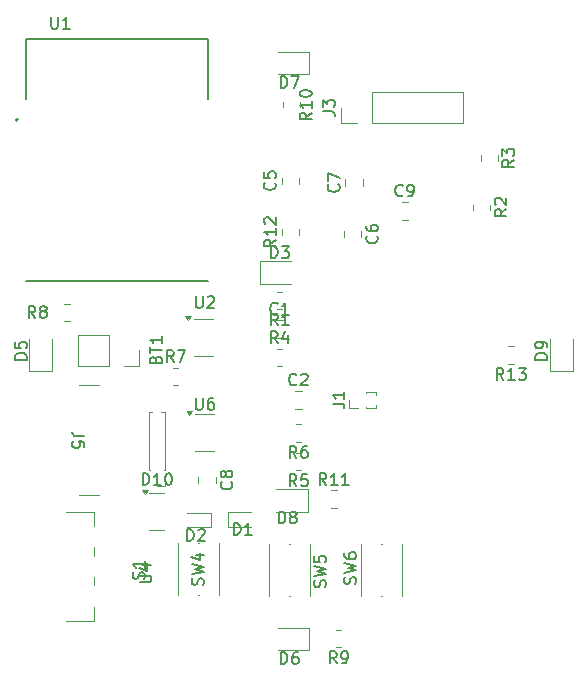
<source format=gbr>
%TF.GenerationSoftware,KiCad,Pcbnew,8.0.1*%
%TF.CreationDate,2024-05-04T10:24:30-07:00*%
%TF.ProjectId,schematic,73636865-6d61-4746-9963-2e6b69636164,rev?*%
%TF.SameCoordinates,Original*%
%TF.FileFunction,Legend,Top*%
%TF.FilePolarity,Positive*%
%FSLAX46Y46*%
G04 Gerber Fmt 4.6, Leading zero omitted, Abs format (unit mm)*
G04 Created by KiCad (PCBNEW 8.0.1) date 2024-05-04 10:24:30*
%MOMM*%
%LPD*%
G01*
G04 APERTURE LIST*
%ADD10C,0.150000*%
%ADD11C,0.120000*%
%ADD12C,0.127000*%
%ADD13C,0.200000*%
G04 APERTURE END LIST*
D10*
X142579580Y-69416666D02*
X142627200Y-69464285D01*
X142627200Y-69464285D02*
X142674819Y-69607142D01*
X142674819Y-69607142D02*
X142674819Y-69702380D01*
X142674819Y-69702380D02*
X142627200Y-69845237D01*
X142627200Y-69845237D02*
X142531961Y-69940475D01*
X142531961Y-69940475D02*
X142436723Y-69988094D01*
X142436723Y-69988094D02*
X142246247Y-70035713D01*
X142246247Y-70035713D02*
X142103390Y-70035713D01*
X142103390Y-70035713D02*
X141912914Y-69988094D01*
X141912914Y-69988094D02*
X141817676Y-69940475D01*
X141817676Y-69940475D02*
X141722438Y-69845237D01*
X141722438Y-69845237D02*
X141674819Y-69702380D01*
X141674819Y-69702380D02*
X141674819Y-69607142D01*
X141674819Y-69607142D02*
X141722438Y-69464285D01*
X141722438Y-69464285D02*
X141770057Y-69416666D01*
X141674819Y-68511904D02*
X141674819Y-68988094D01*
X141674819Y-68988094D02*
X142151009Y-69035713D01*
X142151009Y-69035713D02*
X142103390Y-68988094D01*
X142103390Y-68988094D02*
X142055771Y-68892856D01*
X142055771Y-68892856D02*
X142055771Y-68654761D01*
X142055771Y-68654761D02*
X142103390Y-68559523D01*
X142103390Y-68559523D02*
X142151009Y-68511904D01*
X142151009Y-68511904D02*
X142246247Y-68464285D01*
X142246247Y-68464285D02*
X142484342Y-68464285D01*
X142484342Y-68464285D02*
X142579580Y-68511904D01*
X142579580Y-68511904D02*
X142627200Y-68559523D01*
X142627200Y-68559523D02*
X142674819Y-68654761D01*
X142674819Y-68654761D02*
X142674819Y-68892856D01*
X142674819Y-68892856D02*
X142627200Y-68988094D01*
X142627200Y-68988094D02*
X142579580Y-69035713D01*
X131405714Y-95004819D02*
X131405714Y-94004819D01*
X131405714Y-94004819D02*
X131643809Y-94004819D01*
X131643809Y-94004819D02*
X131786666Y-94052438D01*
X131786666Y-94052438D02*
X131881904Y-94147676D01*
X131881904Y-94147676D02*
X131929523Y-94242914D01*
X131929523Y-94242914D02*
X131977142Y-94433390D01*
X131977142Y-94433390D02*
X131977142Y-94576247D01*
X131977142Y-94576247D02*
X131929523Y-94766723D01*
X131929523Y-94766723D02*
X131881904Y-94861961D01*
X131881904Y-94861961D02*
X131786666Y-94957200D01*
X131786666Y-94957200D02*
X131643809Y-95004819D01*
X131643809Y-95004819D02*
X131405714Y-95004819D01*
X132929523Y-95004819D02*
X132358095Y-95004819D01*
X132643809Y-95004819D02*
X132643809Y-94004819D01*
X132643809Y-94004819D02*
X132548571Y-94147676D01*
X132548571Y-94147676D02*
X132453333Y-94242914D01*
X132453333Y-94242914D02*
X132358095Y-94290533D01*
X133548571Y-94004819D02*
X133643809Y-94004819D01*
X133643809Y-94004819D02*
X133739047Y-94052438D01*
X133739047Y-94052438D02*
X133786666Y-94100057D01*
X133786666Y-94100057D02*
X133834285Y-94195295D01*
X133834285Y-94195295D02*
X133881904Y-94385771D01*
X133881904Y-94385771D02*
X133881904Y-94623866D01*
X133881904Y-94623866D02*
X133834285Y-94814342D01*
X133834285Y-94814342D02*
X133786666Y-94909580D01*
X133786666Y-94909580D02*
X133739047Y-94957200D01*
X133739047Y-94957200D02*
X133643809Y-95004819D01*
X133643809Y-95004819D02*
X133548571Y-95004819D01*
X133548571Y-95004819D02*
X133453333Y-94957200D01*
X133453333Y-94957200D02*
X133405714Y-94909580D01*
X133405714Y-94909580D02*
X133358095Y-94814342D01*
X133358095Y-94814342D02*
X133310476Y-94623866D01*
X133310476Y-94623866D02*
X133310476Y-94385771D01*
X133310476Y-94385771D02*
X133358095Y-94195295D01*
X133358095Y-94195295D02*
X133405714Y-94100057D01*
X133405714Y-94100057D02*
X133453333Y-94052438D01*
X133453333Y-94052438D02*
X133548571Y-94004819D01*
X143099405Y-110154819D02*
X143099405Y-109154819D01*
X143099405Y-109154819D02*
X143337500Y-109154819D01*
X143337500Y-109154819D02*
X143480357Y-109202438D01*
X143480357Y-109202438D02*
X143575595Y-109297676D01*
X143575595Y-109297676D02*
X143623214Y-109392914D01*
X143623214Y-109392914D02*
X143670833Y-109583390D01*
X143670833Y-109583390D02*
X143670833Y-109726247D01*
X143670833Y-109726247D02*
X143623214Y-109916723D01*
X143623214Y-109916723D02*
X143575595Y-110011961D01*
X143575595Y-110011961D02*
X143480357Y-110107200D01*
X143480357Y-110107200D02*
X143337500Y-110154819D01*
X143337500Y-110154819D02*
X143099405Y-110154819D01*
X144527976Y-109154819D02*
X144337500Y-109154819D01*
X144337500Y-109154819D02*
X144242262Y-109202438D01*
X144242262Y-109202438D02*
X144194643Y-109250057D01*
X144194643Y-109250057D02*
X144099405Y-109392914D01*
X144099405Y-109392914D02*
X144051786Y-109583390D01*
X144051786Y-109583390D02*
X144051786Y-109964342D01*
X144051786Y-109964342D02*
X144099405Y-110059580D01*
X144099405Y-110059580D02*
X144147024Y-110107200D01*
X144147024Y-110107200D02*
X144242262Y-110154819D01*
X144242262Y-110154819D02*
X144432738Y-110154819D01*
X144432738Y-110154819D02*
X144527976Y-110107200D01*
X144527976Y-110107200D02*
X144575595Y-110059580D01*
X144575595Y-110059580D02*
X144623214Y-109964342D01*
X144623214Y-109964342D02*
X144623214Y-109726247D01*
X144623214Y-109726247D02*
X144575595Y-109631009D01*
X144575595Y-109631009D02*
X144527976Y-109583390D01*
X144527976Y-109583390D02*
X144432738Y-109535771D01*
X144432738Y-109535771D02*
X144242262Y-109535771D01*
X144242262Y-109535771D02*
X144147024Y-109583390D01*
X144147024Y-109583390D02*
X144099405Y-109631009D01*
X144099405Y-109631009D02*
X144051786Y-109726247D01*
X162854819Y-67486666D02*
X162378628Y-67819999D01*
X162854819Y-68058094D02*
X161854819Y-68058094D01*
X161854819Y-68058094D02*
X161854819Y-67677142D01*
X161854819Y-67677142D02*
X161902438Y-67581904D01*
X161902438Y-67581904D02*
X161950057Y-67534285D01*
X161950057Y-67534285D02*
X162045295Y-67486666D01*
X162045295Y-67486666D02*
X162188152Y-67486666D01*
X162188152Y-67486666D02*
X162283390Y-67534285D01*
X162283390Y-67534285D02*
X162331009Y-67581904D01*
X162331009Y-67581904D02*
X162378628Y-67677142D01*
X162378628Y-67677142D02*
X162378628Y-68058094D01*
X161854819Y-67153332D02*
X161854819Y-66534285D01*
X161854819Y-66534285D02*
X162235771Y-66867618D01*
X162235771Y-66867618D02*
X162235771Y-66724761D01*
X162235771Y-66724761D02*
X162283390Y-66629523D01*
X162283390Y-66629523D02*
X162331009Y-66581904D01*
X162331009Y-66581904D02*
X162426247Y-66534285D01*
X162426247Y-66534285D02*
X162664342Y-66534285D01*
X162664342Y-66534285D02*
X162759580Y-66581904D01*
X162759580Y-66581904D02*
X162807200Y-66629523D01*
X162807200Y-66629523D02*
X162854819Y-66724761D01*
X162854819Y-66724761D02*
X162854819Y-67010475D01*
X162854819Y-67010475D02*
X162807200Y-67105713D01*
X162807200Y-67105713D02*
X162759580Y-67153332D01*
X135906895Y-87636019D02*
X135906895Y-88445542D01*
X135906895Y-88445542D02*
X135954514Y-88540780D01*
X135954514Y-88540780D02*
X136002133Y-88588400D01*
X136002133Y-88588400D02*
X136097371Y-88636019D01*
X136097371Y-88636019D02*
X136287847Y-88636019D01*
X136287847Y-88636019D02*
X136383085Y-88588400D01*
X136383085Y-88588400D02*
X136430704Y-88540780D01*
X136430704Y-88540780D02*
X136478323Y-88445542D01*
X136478323Y-88445542D02*
X136478323Y-87636019D01*
X137383085Y-87636019D02*
X137192609Y-87636019D01*
X137192609Y-87636019D02*
X137097371Y-87683638D01*
X137097371Y-87683638D02*
X137049752Y-87731257D01*
X137049752Y-87731257D02*
X136954514Y-87874114D01*
X136954514Y-87874114D02*
X136906895Y-88064590D01*
X136906895Y-88064590D02*
X136906895Y-88445542D01*
X136906895Y-88445542D02*
X136954514Y-88540780D01*
X136954514Y-88540780D02*
X137002133Y-88588400D01*
X137002133Y-88588400D02*
X137097371Y-88636019D01*
X137097371Y-88636019D02*
X137287847Y-88636019D01*
X137287847Y-88636019D02*
X137383085Y-88588400D01*
X137383085Y-88588400D02*
X137430704Y-88540780D01*
X137430704Y-88540780D02*
X137478323Y-88445542D01*
X137478323Y-88445542D02*
X137478323Y-88207447D01*
X137478323Y-88207447D02*
X137430704Y-88112209D01*
X137430704Y-88112209D02*
X137383085Y-88064590D01*
X137383085Y-88064590D02*
X137287847Y-88016971D01*
X137287847Y-88016971D02*
X137097371Y-88016971D01*
X137097371Y-88016971D02*
X137002133Y-88064590D01*
X137002133Y-88064590D02*
X136954514Y-88112209D01*
X136954514Y-88112209D02*
X136906895Y-88207447D01*
X144433333Y-95104819D02*
X144100000Y-94628628D01*
X143861905Y-95104819D02*
X143861905Y-94104819D01*
X143861905Y-94104819D02*
X144242857Y-94104819D01*
X144242857Y-94104819D02*
X144338095Y-94152438D01*
X144338095Y-94152438D02*
X144385714Y-94200057D01*
X144385714Y-94200057D02*
X144433333Y-94295295D01*
X144433333Y-94295295D02*
X144433333Y-94438152D01*
X144433333Y-94438152D02*
X144385714Y-94533390D01*
X144385714Y-94533390D02*
X144338095Y-94581009D01*
X144338095Y-94581009D02*
X144242857Y-94628628D01*
X144242857Y-94628628D02*
X143861905Y-94628628D01*
X145338095Y-94104819D02*
X144861905Y-94104819D01*
X144861905Y-94104819D02*
X144814286Y-94581009D01*
X144814286Y-94581009D02*
X144861905Y-94533390D01*
X144861905Y-94533390D02*
X144957143Y-94485771D01*
X144957143Y-94485771D02*
X145195238Y-94485771D01*
X145195238Y-94485771D02*
X145290476Y-94533390D01*
X145290476Y-94533390D02*
X145338095Y-94581009D01*
X145338095Y-94581009D02*
X145385714Y-94676247D01*
X145385714Y-94676247D02*
X145385714Y-94914342D01*
X145385714Y-94914342D02*
X145338095Y-95009580D01*
X145338095Y-95009580D02*
X145290476Y-95057200D01*
X145290476Y-95057200D02*
X145195238Y-95104819D01*
X145195238Y-95104819D02*
X144957143Y-95104819D01*
X144957143Y-95104819D02*
X144861905Y-95057200D01*
X144861905Y-95057200D02*
X144814286Y-95009580D01*
X136522200Y-103478332D02*
X136569819Y-103335475D01*
X136569819Y-103335475D02*
X136569819Y-103097380D01*
X136569819Y-103097380D02*
X136522200Y-103002142D01*
X136522200Y-103002142D02*
X136474580Y-102954523D01*
X136474580Y-102954523D02*
X136379342Y-102906904D01*
X136379342Y-102906904D02*
X136284104Y-102906904D01*
X136284104Y-102906904D02*
X136188866Y-102954523D01*
X136188866Y-102954523D02*
X136141247Y-103002142D01*
X136141247Y-103002142D02*
X136093628Y-103097380D01*
X136093628Y-103097380D02*
X136046009Y-103287856D01*
X136046009Y-103287856D02*
X135998390Y-103383094D01*
X135998390Y-103383094D02*
X135950771Y-103430713D01*
X135950771Y-103430713D02*
X135855533Y-103478332D01*
X135855533Y-103478332D02*
X135760295Y-103478332D01*
X135760295Y-103478332D02*
X135665057Y-103430713D01*
X135665057Y-103430713D02*
X135617438Y-103383094D01*
X135617438Y-103383094D02*
X135569819Y-103287856D01*
X135569819Y-103287856D02*
X135569819Y-103049761D01*
X135569819Y-103049761D02*
X135617438Y-102906904D01*
X135569819Y-102573570D02*
X136569819Y-102335475D01*
X136569819Y-102335475D02*
X135855533Y-102144999D01*
X135855533Y-102144999D02*
X136569819Y-101954523D01*
X136569819Y-101954523D02*
X135569819Y-101716428D01*
X135903152Y-100906904D02*
X136569819Y-100906904D01*
X135522200Y-101144999D02*
X136236485Y-101383094D01*
X136236485Y-101383094D02*
X136236485Y-100764047D01*
X147833333Y-110104819D02*
X147500000Y-109628628D01*
X147261905Y-110104819D02*
X147261905Y-109104819D01*
X147261905Y-109104819D02*
X147642857Y-109104819D01*
X147642857Y-109104819D02*
X147738095Y-109152438D01*
X147738095Y-109152438D02*
X147785714Y-109200057D01*
X147785714Y-109200057D02*
X147833333Y-109295295D01*
X147833333Y-109295295D02*
X147833333Y-109438152D01*
X147833333Y-109438152D02*
X147785714Y-109533390D01*
X147785714Y-109533390D02*
X147738095Y-109581009D01*
X147738095Y-109581009D02*
X147642857Y-109628628D01*
X147642857Y-109628628D02*
X147261905Y-109628628D01*
X148309524Y-110104819D02*
X148500000Y-110104819D01*
X148500000Y-110104819D02*
X148595238Y-110057200D01*
X148595238Y-110057200D02*
X148642857Y-110009580D01*
X148642857Y-110009580D02*
X148738095Y-109866723D01*
X148738095Y-109866723D02*
X148785714Y-109676247D01*
X148785714Y-109676247D02*
X148785714Y-109295295D01*
X148785714Y-109295295D02*
X148738095Y-109200057D01*
X148738095Y-109200057D02*
X148690476Y-109152438D01*
X148690476Y-109152438D02*
X148595238Y-109104819D01*
X148595238Y-109104819D02*
X148404762Y-109104819D01*
X148404762Y-109104819D02*
X148309524Y-109152438D01*
X148309524Y-109152438D02*
X148261905Y-109200057D01*
X148261905Y-109200057D02*
X148214286Y-109295295D01*
X148214286Y-109295295D02*
X148214286Y-109533390D01*
X148214286Y-109533390D02*
X148261905Y-109628628D01*
X148261905Y-109628628D02*
X148309524Y-109676247D01*
X148309524Y-109676247D02*
X148404762Y-109723866D01*
X148404762Y-109723866D02*
X148595238Y-109723866D01*
X148595238Y-109723866D02*
X148690476Y-109676247D01*
X148690476Y-109676247D02*
X148738095Y-109628628D01*
X148738095Y-109628628D02*
X148785714Y-109533390D01*
X131527200Y-102971904D02*
X131574819Y-102829047D01*
X131574819Y-102829047D02*
X131574819Y-102590952D01*
X131574819Y-102590952D02*
X131527200Y-102495714D01*
X131527200Y-102495714D02*
X131479580Y-102448095D01*
X131479580Y-102448095D02*
X131384342Y-102400476D01*
X131384342Y-102400476D02*
X131289104Y-102400476D01*
X131289104Y-102400476D02*
X131193866Y-102448095D01*
X131193866Y-102448095D02*
X131146247Y-102495714D01*
X131146247Y-102495714D02*
X131098628Y-102590952D01*
X131098628Y-102590952D02*
X131051009Y-102781428D01*
X131051009Y-102781428D02*
X131003390Y-102876666D01*
X131003390Y-102876666D02*
X130955771Y-102924285D01*
X130955771Y-102924285D02*
X130860533Y-102971904D01*
X130860533Y-102971904D02*
X130765295Y-102971904D01*
X130765295Y-102971904D02*
X130670057Y-102924285D01*
X130670057Y-102924285D02*
X130622438Y-102876666D01*
X130622438Y-102876666D02*
X130574819Y-102781428D01*
X130574819Y-102781428D02*
X130574819Y-102543333D01*
X130574819Y-102543333D02*
X130622438Y-102400476D01*
X131574819Y-101448095D02*
X131574819Y-102019523D01*
X131574819Y-101733809D02*
X130574819Y-101733809D01*
X130574819Y-101733809D02*
X130717676Y-101829047D01*
X130717676Y-101829047D02*
X130812914Y-101924285D01*
X130812914Y-101924285D02*
X130860533Y-102019523D01*
X151239580Y-73916666D02*
X151287200Y-73964285D01*
X151287200Y-73964285D02*
X151334819Y-74107142D01*
X151334819Y-74107142D02*
X151334819Y-74202380D01*
X151334819Y-74202380D02*
X151287200Y-74345237D01*
X151287200Y-74345237D02*
X151191961Y-74440475D01*
X151191961Y-74440475D02*
X151096723Y-74488094D01*
X151096723Y-74488094D02*
X150906247Y-74535713D01*
X150906247Y-74535713D02*
X150763390Y-74535713D01*
X150763390Y-74535713D02*
X150572914Y-74488094D01*
X150572914Y-74488094D02*
X150477676Y-74440475D01*
X150477676Y-74440475D02*
X150382438Y-74345237D01*
X150382438Y-74345237D02*
X150334819Y-74202380D01*
X150334819Y-74202380D02*
X150334819Y-74107142D01*
X150334819Y-74107142D02*
X150382438Y-73964285D01*
X150382438Y-73964285D02*
X150430057Y-73916666D01*
X150334819Y-73059523D02*
X150334819Y-73249999D01*
X150334819Y-73249999D02*
X150382438Y-73345237D01*
X150382438Y-73345237D02*
X150430057Y-73392856D01*
X150430057Y-73392856D02*
X150572914Y-73488094D01*
X150572914Y-73488094D02*
X150763390Y-73535713D01*
X150763390Y-73535713D02*
X151144342Y-73535713D01*
X151144342Y-73535713D02*
X151239580Y-73488094D01*
X151239580Y-73488094D02*
X151287200Y-73440475D01*
X151287200Y-73440475D02*
X151334819Y-73345237D01*
X151334819Y-73345237D02*
X151334819Y-73154761D01*
X151334819Y-73154761D02*
X151287200Y-73059523D01*
X151287200Y-73059523D02*
X151239580Y-73011904D01*
X151239580Y-73011904D02*
X151144342Y-72964285D01*
X151144342Y-72964285D02*
X150906247Y-72964285D01*
X150906247Y-72964285D02*
X150811009Y-73011904D01*
X150811009Y-73011904D02*
X150763390Y-73059523D01*
X150763390Y-73059523D02*
X150715771Y-73154761D01*
X150715771Y-73154761D02*
X150715771Y-73345237D01*
X150715771Y-73345237D02*
X150763390Y-73440475D01*
X150763390Y-73440475D02*
X150811009Y-73488094D01*
X150811009Y-73488094D02*
X150906247Y-73535713D01*
X139130705Y-99246019D02*
X139130705Y-98246019D01*
X139130705Y-98246019D02*
X139368800Y-98246019D01*
X139368800Y-98246019D02*
X139511657Y-98293638D01*
X139511657Y-98293638D02*
X139606895Y-98388876D01*
X139606895Y-98388876D02*
X139654514Y-98484114D01*
X139654514Y-98484114D02*
X139702133Y-98674590D01*
X139702133Y-98674590D02*
X139702133Y-98817447D01*
X139702133Y-98817447D02*
X139654514Y-99007923D01*
X139654514Y-99007923D02*
X139606895Y-99103161D01*
X139606895Y-99103161D02*
X139511657Y-99198400D01*
X139511657Y-99198400D02*
X139368800Y-99246019D01*
X139368800Y-99246019D02*
X139130705Y-99246019D01*
X140654514Y-99246019D02*
X140083086Y-99246019D01*
X140368800Y-99246019D02*
X140368800Y-98246019D01*
X140368800Y-98246019D02*
X140273562Y-98388876D01*
X140273562Y-98388876D02*
X140178324Y-98484114D01*
X140178324Y-98484114D02*
X140083086Y-98531733D01*
X142833333Y-81504819D02*
X142500000Y-81028628D01*
X142261905Y-81504819D02*
X142261905Y-80504819D01*
X142261905Y-80504819D02*
X142642857Y-80504819D01*
X142642857Y-80504819D02*
X142738095Y-80552438D01*
X142738095Y-80552438D02*
X142785714Y-80600057D01*
X142785714Y-80600057D02*
X142833333Y-80695295D01*
X142833333Y-80695295D02*
X142833333Y-80838152D01*
X142833333Y-80838152D02*
X142785714Y-80933390D01*
X142785714Y-80933390D02*
X142738095Y-80981009D01*
X142738095Y-80981009D02*
X142642857Y-81028628D01*
X142642857Y-81028628D02*
X142261905Y-81028628D01*
X143785714Y-81504819D02*
X143214286Y-81504819D01*
X143500000Y-81504819D02*
X143500000Y-80504819D01*
X143500000Y-80504819D02*
X143404762Y-80647676D01*
X143404762Y-80647676D02*
X143309524Y-80742914D01*
X143309524Y-80742914D02*
X143214286Y-80790533D01*
X131144819Y-103261904D02*
X131954342Y-103261904D01*
X131954342Y-103261904D02*
X132049580Y-103214285D01*
X132049580Y-103214285D02*
X132097200Y-103166666D01*
X132097200Y-103166666D02*
X132144819Y-103071428D01*
X132144819Y-103071428D02*
X132144819Y-102880952D01*
X132144819Y-102880952D02*
X132097200Y-102785714D01*
X132097200Y-102785714D02*
X132049580Y-102738095D01*
X132049580Y-102738095D02*
X131954342Y-102690476D01*
X131954342Y-102690476D02*
X131144819Y-102690476D01*
X131478152Y-101785714D02*
X132144819Y-101785714D01*
X131097200Y-102023809D02*
X131811485Y-102261904D01*
X131811485Y-102261904D02*
X131811485Y-101642857D01*
X126465180Y-90866666D02*
X125750895Y-90866666D01*
X125750895Y-90866666D02*
X125608038Y-90819047D01*
X125608038Y-90819047D02*
X125512800Y-90723809D01*
X125512800Y-90723809D02*
X125465180Y-90580952D01*
X125465180Y-90580952D02*
X125465180Y-90485714D01*
X126465180Y-91819047D02*
X126465180Y-91342857D01*
X126465180Y-91342857D02*
X125988990Y-91295238D01*
X125988990Y-91295238D02*
X126036609Y-91342857D01*
X126036609Y-91342857D02*
X126084228Y-91438095D01*
X126084228Y-91438095D02*
X126084228Y-91676190D01*
X126084228Y-91676190D02*
X126036609Y-91771428D01*
X126036609Y-91771428D02*
X125988990Y-91819047D01*
X125988990Y-91819047D02*
X125893752Y-91866666D01*
X125893752Y-91866666D02*
X125655657Y-91866666D01*
X125655657Y-91866666D02*
X125560419Y-91819047D01*
X125560419Y-91819047D02*
X125512800Y-91771428D01*
X125512800Y-91771428D02*
X125465180Y-91676190D01*
X125465180Y-91676190D02*
X125465180Y-91438095D01*
X125465180Y-91438095D02*
X125512800Y-91342857D01*
X125512800Y-91342857D02*
X125560419Y-91295238D01*
X132501009Y-84385714D02*
X132548628Y-84242857D01*
X132548628Y-84242857D02*
X132596247Y-84195238D01*
X132596247Y-84195238D02*
X132691485Y-84147619D01*
X132691485Y-84147619D02*
X132834342Y-84147619D01*
X132834342Y-84147619D02*
X132929580Y-84195238D01*
X132929580Y-84195238D02*
X132977200Y-84242857D01*
X132977200Y-84242857D02*
X133024819Y-84338095D01*
X133024819Y-84338095D02*
X133024819Y-84719047D01*
X133024819Y-84719047D02*
X132024819Y-84719047D01*
X132024819Y-84719047D02*
X132024819Y-84385714D01*
X132024819Y-84385714D02*
X132072438Y-84290476D01*
X132072438Y-84290476D02*
X132120057Y-84242857D01*
X132120057Y-84242857D02*
X132215295Y-84195238D01*
X132215295Y-84195238D02*
X132310533Y-84195238D01*
X132310533Y-84195238D02*
X132405771Y-84242857D01*
X132405771Y-84242857D02*
X132453390Y-84290476D01*
X132453390Y-84290476D02*
X132501009Y-84385714D01*
X132501009Y-84385714D02*
X132501009Y-84719047D01*
X132024819Y-83861904D02*
X132024819Y-83290476D01*
X133024819Y-83576190D02*
X132024819Y-83576190D01*
X133024819Y-82433333D02*
X133024819Y-83004761D01*
X133024819Y-82719047D02*
X132024819Y-82719047D01*
X132024819Y-82719047D02*
X132167676Y-82814285D01*
X132167676Y-82814285D02*
X132262914Y-82909523D01*
X132262914Y-82909523D02*
X132310533Y-83004761D01*
X143096905Y-61384819D02*
X143096905Y-60384819D01*
X143096905Y-60384819D02*
X143335000Y-60384819D01*
X143335000Y-60384819D02*
X143477857Y-60432438D01*
X143477857Y-60432438D02*
X143573095Y-60527676D01*
X143573095Y-60527676D02*
X143620714Y-60622914D01*
X143620714Y-60622914D02*
X143668333Y-60813390D01*
X143668333Y-60813390D02*
X143668333Y-60956247D01*
X143668333Y-60956247D02*
X143620714Y-61146723D01*
X143620714Y-61146723D02*
X143573095Y-61241961D01*
X143573095Y-61241961D02*
X143477857Y-61337200D01*
X143477857Y-61337200D02*
X143335000Y-61384819D01*
X143335000Y-61384819D02*
X143096905Y-61384819D01*
X144001667Y-60384819D02*
X144668333Y-60384819D01*
X144668333Y-60384819D02*
X144239762Y-61384819D01*
X144433333Y-86479580D02*
X144385714Y-86527200D01*
X144385714Y-86527200D02*
X144242857Y-86574819D01*
X144242857Y-86574819D02*
X144147619Y-86574819D01*
X144147619Y-86574819D02*
X144004762Y-86527200D01*
X144004762Y-86527200D02*
X143909524Y-86431961D01*
X143909524Y-86431961D02*
X143861905Y-86336723D01*
X143861905Y-86336723D02*
X143814286Y-86146247D01*
X143814286Y-86146247D02*
X143814286Y-86003390D01*
X143814286Y-86003390D02*
X143861905Y-85812914D01*
X143861905Y-85812914D02*
X143909524Y-85717676D01*
X143909524Y-85717676D02*
X144004762Y-85622438D01*
X144004762Y-85622438D02*
X144147619Y-85574819D01*
X144147619Y-85574819D02*
X144242857Y-85574819D01*
X144242857Y-85574819D02*
X144385714Y-85622438D01*
X144385714Y-85622438D02*
X144433333Y-85670057D01*
X144814286Y-85670057D02*
X144861905Y-85622438D01*
X144861905Y-85622438D02*
X144957143Y-85574819D01*
X144957143Y-85574819D02*
X145195238Y-85574819D01*
X145195238Y-85574819D02*
X145290476Y-85622438D01*
X145290476Y-85622438D02*
X145338095Y-85670057D01*
X145338095Y-85670057D02*
X145385714Y-85765295D01*
X145385714Y-85765295D02*
X145385714Y-85860533D01*
X145385714Y-85860533D02*
X145338095Y-86003390D01*
X145338095Y-86003390D02*
X144766667Y-86574819D01*
X144766667Y-86574819D02*
X145385714Y-86574819D01*
X161957142Y-86104819D02*
X161623809Y-85628628D01*
X161385714Y-86104819D02*
X161385714Y-85104819D01*
X161385714Y-85104819D02*
X161766666Y-85104819D01*
X161766666Y-85104819D02*
X161861904Y-85152438D01*
X161861904Y-85152438D02*
X161909523Y-85200057D01*
X161909523Y-85200057D02*
X161957142Y-85295295D01*
X161957142Y-85295295D02*
X161957142Y-85438152D01*
X161957142Y-85438152D02*
X161909523Y-85533390D01*
X161909523Y-85533390D02*
X161861904Y-85581009D01*
X161861904Y-85581009D02*
X161766666Y-85628628D01*
X161766666Y-85628628D02*
X161385714Y-85628628D01*
X162909523Y-86104819D02*
X162338095Y-86104819D01*
X162623809Y-86104819D02*
X162623809Y-85104819D01*
X162623809Y-85104819D02*
X162528571Y-85247676D01*
X162528571Y-85247676D02*
X162433333Y-85342914D01*
X162433333Y-85342914D02*
X162338095Y-85390533D01*
X163242857Y-85104819D02*
X163861904Y-85104819D01*
X163861904Y-85104819D02*
X163528571Y-85485771D01*
X163528571Y-85485771D02*
X163671428Y-85485771D01*
X163671428Y-85485771D02*
X163766666Y-85533390D01*
X163766666Y-85533390D02*
X163814285Y-85581009D01*
X163814285Y-85581009D02*
X163861904Y-85676247D01*
X163861904Y-85676247D02*
X163861904Y-85914342D01*
X163861904Y-85914342D02*
X163814285Y-86009580D01*
X163814285Y-86009580D02*
X163766666Y-86057200D01*
X163766666Y-86057200D02*
X163671428Y-86104819D01*
X163671428Y-86104819D02*
X163385714Y-86104819D01*
X163385714Y-86104819D02*
X163290476Y-86057200D01*
X163290476Y-86057200D02*
X163242857Y-86009580D01*
X146957142Y-95004819D02*
X146623809Y-94528628D01*
X146385714Y-95004819D02*
X146385714Y-94004819D01*
X146385714Y-94004819D02*
X146766666Y-94004819D01*
X146766666Y-94004819D02*
X146861904Y-94052438D01*
X146861904Y-94052438D02*
X146909523Y-94100057D01*
X146909523Y-94100057D02*
X146957142Y-94195295D01*
X146957142Y-94195295D02*
X146957142Y-94338152D01*
X146957142Y-94338152D02*
X146909523Y-94433390D01*
X146909523Y-94433390D02*
X146861904Y-94481009D01*
X146861904Y-94481009D02*
X146766666Y-94528628D01*
X146766666Y-94528628D02*
X146385714Y-94528628D01*
X147909523Y-95004819D02*
X147338095Y-95004819D01*
X147623809Y-95004819D02*
X147623809Y-94004819D01*
X147623809Y-94004819D02*
X147528571Y-94147676D01*
X147528571Y-94147676D02*
X147433333Y-94242914D01*
X147433333Y-94242914D02*
X147338095Y-94290533D01*
X148861904Y-95004819D02*
X148290476Y-95004819D01*
X148576190Y-95004819D02*
X148576190Y-94004819D01*
X148576190Y-94004819D02*
X148480952Y-94147676D01*
X148480952Y-94147676D02*
X148385714Y-94242914D01*
X148385714Y-94242914D02*
X148290476Y-94290533D01*
X146872200Y-103653332D02*
X146919819Y-103510475D01*
X146919819Y-103510475D02*
X146919819Y-103272380D01*
X146919819Y-103272380D02*
X146872200Y-103177142D01*
X146872200Y-103177142D02*
X146824580Y-103129523D01*
X146824580Y-103129523D02*
X146729342Y-103081904D01*
X146729342Y-103081904D02*
X146634104Y-103081904D01*
X146634104Y-103081904D02*
X146538866Y-103129523D01*
X146538866Y-103129523D02*
X146491247Y-103177142D01*
X146491247Y-103177142D02*
X146443628Y-103272380D01*
X146443628Y-103272380D02*
X146396009Y-103462856D01*
X146396009Y-103462856D02*
X146348390Y-103558094D01*
X146348390Y-103558094D02*
X146300771Y-103605713D01*
X146300771Y-103605713D02*
X146205533Y-103653332D01*
X146205533Y-103653332D02*
X146110295Y-103653332D01*
X146110295Y-103653332D02*
X146015057Y-103605713D01*
X146015057Y-103605713D02*
X145967438Y-103558094D01*
X145967438Y-103558094D02*
X145919819Y-103462856D01*
X145919819Y-103462856D02*
X145919819Y-103224761D01*
X145919819Y-103224761D02*
X145967438Y-103081904D01*
X145919819Y-102748570D02*
X146919819Y-102510475D01*
X146919819Y-102510475D02*
X146205533Y-102319999D01*
X146205533Y-102319999D02*
X146919819Y-102129523D01*
X146919819Y-102129523D02*
X145919819Y-101891428D01*
X145919819Y-101034285D02*
X145919819Y-101510475D01*
X145919819Y-101510475D02*
X146396009Y-101558094D01*
X146396009Y-101558094D02*
X146348390Y-101510475D01*
X146348390Y-101510475D02*
X146300771Y-101415237D01*
X146300771Y-101415237D02*
X146300771Y-101177142D01*
X146300771Y-101177142D02*
X146348390Y-101081904D01*
X146348390Y-101081904D02*
X146396009Y-101034285D01*
X146396009Y-101034285D02*
X146491247Y-100986666D01*
X146491247Y-100986666D02*
X146729342Y-100986666D01*
X146729342Y-100986666D02*
X146824580Y-101034285D01*
X146824580Y-101034285D02*
X146872200Y-101081904D01*
X146872200Y-101081904D02*
X146919819Y-101177142D01*
X146919819Y-101177142D02*
X146919819Y-101415237D01*
X146919819Y-101415237D02*
X146872200Y-101510475D01*
X146872200Y-101510475D02*
X146824580Y-101558094D01*
X142833333Y-83004819D02*
X142500000Y-82528628D01*
X142261905Y-83004819D02*
X142261905Y-82004819D01*
X142261905Y-82004819D02*
X142642857Y-82004819D01*
X142642857Y-82004819D02*
X142738095Y-82052438D01*
X142738095Y-82052438D02*
X142785714Y-82100057D01*
X142785714Y-82100057D02*
X142833333Y-82195295D01*
X142833333Y-82195295D02*
X142833333Y-82338152D01*
X142833333Y-82338152D02*
X142785714Y-82433390D01*
X142785714Y-82433390D02*
X142738095Y-82481009D01*
X142738095Y-82481009D02*
X142642857Y-82528628D01*
X142642857Y-82528628D02*
X142261905Y-82528628D01*
X143690476Y-82338152D02*
X143690476Y-83004819D01*
X143452381Y-81957200D02*
X143214286Y-82671485D01*
X143214286Y-82671485D02*
X143833333Y-82671485D01*
X134033333Y-84604819D02*
X133700000Y-84128628D01*
X133461905Y-84604819D02*
X133461905Y-83604819D01*
X133461905Y-83604819D02*
X133842857Y-83604819D01*
X133842857Y-83604819D02*
X133938095Y-83652438D01*
X133938095Y-83652438D02*
X133985714Y-83700057D01*
X133985714Y-83700057D02*
X134033333Y-83795295D01*
X134033333Y-83795295D02*
X134033333Y-83938152D01*
X134033333Y-83938152D02*
X133985714Y-84033390D01*
X133985714Y-84033390D02*
X133938095Y-84081009D01*
X133938095Y-84081009D02*
X133842857Y-84128628D01*
X133842857Y-84128628D02*
X133461905Y-84128628D01*
X134366667Y-83604819D02*
X135033333Y-83604819D01*
X135033333Y-83604819D02*
X134604762Y-84604819D01*
X121589819Y-84388094D02*
X120589819Y-84388094D01*
X120589819Y-84388094D02*
X120589819Y-84149999D01*
X120589819Y-84149999D02*
X120637438Y-84007142D01*
X120637438Y-84007142D02*
X120732676Y-83911904D01*
X120732676Y-83911904D02*
X120827914Y-83864285D01*
X120827914Y-83864285D02*
X121018390Y-83816666D01*
X121018390Y-83816666D02*
X121161247Y-83816666D01*
X121161247Y-83816666D02*
X121351723Y-83864285D01*
X121351723Y-83864285D02*
X121446961Y-83911904D01*
X121446961Y-83911904D02*
X121542200Y-84007142D01*
X121542200Y-84007142D02*
X121589819Y-84149999D01*
X121589819Y-84149999D02*
X121589819Y-84388094D01*
X120589819Y-82911904D02*
X120589819Y-83388094D01*
X120589819Y-83388094D02*
X121066009Y-83435713D01*
X121066009Y-83435713D02*
X121018390Y-83388094D01*
X121018390Y-83388094D02*
X120970771Y-83292856D01*
X120970771Y-83292856D02*
X120970771Y-83054761D01*
X120970771Y-83054761D02*
X121018390Y-82959523D01*
X121018390Y-82959523D02*
X121066009Y-82911904D01*
X121066009Y-82911904D02*
X121161247Y-82864285D01*
X121161247Y-82864285D02*
X121399342Y-82864285D01*
X121399342Y-82864285D02*
X121494580Y-82911904D01*
X121494580Y-82911904D02*
X121542200Y-82959523D01*
X121542200Y-82959523D02*
X121589819Y-83054761D01*
X121589819Y-83054761D02*
X121589819Y-83292856D01*
X121589819Y-83292856D02*
X121542200Y-83388094D01*
X121542200Y-83388094D02*
X121494580Y-83435713D01*
X142911905Y-98254819D02*
X142911905Y-97254819D01*
X142911905Y-97254819D02*
X143150000Y-97254819D01*
X143150000Y-97254819D02*
X143292857Y-97302438D01*
X143292857Y-97302438D02*
X143388095Y-97397676D01*
X143388095Y-97397676D02*
X143435714Y-97492914D01*
X143435714Y-97492914D02*
X143483333Y-97683390D01*
X143483333Y-97683390D02*
X143483333Y-97826247D01*
X143483333Y-97826247D02*
X143435714Y-98016723D01*
X143435714Y-98016723D02*
X143388095Y-98111961D01*
X143388095Y-98111961D02*
X143292857Y-98207200D01*
X143292857Y-98207200D02*
X143150000Y-98254819D01*
X143150000Y-98254819D02*
X142911905Y-98254819D01*
X144054762Y-97683390D02*
X143959524Y-97635771D01*
X143959524Y-97635771D02*
X143911905Y-97588152D01*
X143911905Y-97588152D02*
X143864286Y-97492914D01*
X143864286Y-97492914D02*
X143864286Y-97445295D01*
X143864286Y-97445295D02*
X143911905Y-97350057D01*
X143911905Y-97350057D02*
X143959524Y-97302438D01*
X143959524Y-97302438D02*
X144054762Y-97254819D01*
X144054762Y-97254819D02*
X144245238Y-97254819D01*
X144245238Y-97254819D02*
X144340476Y-97302438D01*
X144340476Y-97302438D02*
X144388095Y-97350057D01*
X144388095Y-97350057D02*
X144435714Y-97445295D01*
X144435714Y-97445295D02*
X144435714Y-97492914D01*
X144435714Y-97492914D02*
X144388095Y-97588152D01*
X144388095Y-97588152D02*
X144340476Y-97635771D01*
X144340476Y-97635771D02*
X144245238Y-97683390D01*
X144245238Y-97683390D02*
X144054762Y-97683390D01*
X144054762Y-97683390D02*
X143959524Y-97731009D01*
X143959524Y-97731009D02*
X143911905Y-97778628D01*
X143911905Y-97778628D02*
X143864286Y-97873866D01*
X143864286Y-97873866D02*
X143864286Y-98064342D01*
X143864286Y-98064342D02*
X143911905Y-98159580D01*
X143911905Y-98159580D02*
X143959524Y-98207200D01*
X143959524Y-98207200D02*
X144054762Y-98254819D01*
X144054762Y-98254819D02*
X144245238Y-98254819D01*
X144245238Y-98254819D02*
X144340476Y-98207200D01*
X144340476Y-98207200D02*
X144388095Y-98159580D01*
X144388095Y-98159580D02*
X144435714Y-98064342D01*
X144435714Y-98064342D02*
X144435714Y-97873866D01*
X144435714Y-97873866D02*
X144388095Y-97778628D01*
X144388095Y-97778628D02*
X144340476Y-97731009D01*
X144340476Y-97731009D02*
X144245238Y-97683390D01*
X165654819Y-84388094D02*
X164654819Y-84388094D01*
X164654819Y-84388094D02*
X164654819Y-84149999D01*
X164654819Y-84149999D02*
X164702438Y-84007142D01*
X164702438Y-84007142D02*
X164797676Y-83911904D01*
X164797676Y-83911904D02*
X164892914Y-83864285D01*
X164892914Y-83864285D02*
X165083390Y-83816666D01*
X165083390Y-83816666D02*
X165226247Y-83816666D01*
X165226247Y-83816666D02*
X165416723Y-83864285D01*
X165416723Y-83864285D02*
X165511961Y-83911904D01*
X165511961Y-83911904D02*
X165607200Y-84007142D01*
X165607200Y-84007142D02*
X165654819Y-84149999D01*
X165654819Y-84149999D02*
X165654819Y-84388094D01*
X165654819Y-83340475D02*
X165654819Y-83149999D01*
X165654819Y-83149999D02*
X165607200Y-83054761D01*
X165607200Y-83054761D02*
X165559580Y-83007142D01*
X165559580Y-83007142D02*
X165416723Y-82911904D01*
X165416723Y-82911904D02*
X165226247Y-82864285D01*
X165226247Y-82864285D02*
X164845295Y-82864285D01*
X164845295Y-82864285D02*
X164750057Y-82911904D01*
X164750057Y-82911904D02*
X164702438Y-82959523D01*
X164702438Y-82959523D02*
X164654819Y-83054761D01*
X164654819Y-83054761D02*
X164654819Y-83245237D01*
X164654819Y-83245237D02*
X164702438Y-83340475D01*
X164702438Y-83340475D02*
X164750057Y-83388094D01*
X164750057Y-83388094D02*
X164845295Y-83435713D01*
X164845295Y-83435713D02*
X165083390Y-83435713D01*
X165083390Y-83435713D02*
X165178628Y-83388094D01*
X165178628Y-83388094D02*
X165226247Y-83340475D01*
X165226247Y-83340475D02*
X165273866Y-83245237D01*
X165273866Y-83245237D02*
X165273866Y-83054761D01*
X165273866Y-83054761D02*
X165226247Y-82959523D01*
X165226247Y-82959523D02*
X165178628Y-82911904D01*
X165178628Y-82911904D02*
X165083390Y-82864285D01*
X123663095Y-55369819D02*
X123663095Y-56179342D01*
X123663095Y-56179342D02*
X123710714Y-56274580D01*
X123710714Y-56274580D02*
X123758333Y-56322200D01*
X123758333Y-56322200D02*
X123853571Y-56369819D01*
X123853571Y-56369819D02*
X124044047Y-56369819D01*
X124044047Y-56369819D02*
X124139285Y-56322200D01*
X124139285Y-56322200D02*
X124186904Y-56274580D01*
X124186904Y-56274580D02*
X124234523Y-56179342D01*
X124234523Y-56179342D02*
X124234523Y-55369819D01*
X125234523Y-56369819D02*
X124663095Y-56369819D01*
X124948809Y-56369819D02*
X124948809Y-55369819D01*
X124948809Y-55369819D02*
X124853571Y-55512676D01*
X124853571Y-55512676D02*
X124758333Y-55607914D01*
X124758333Y-55607914D02*
X124663095Y-55655533D01*
X149422200Y-103378332D02*
X149469819Y-103235475D01*
X149469819Y-103235475D02*
X149469819Y-102997380D01*
X149469819Y-102997380D02*
X149422200Y-102902142D01*
X149422200Y-102902142D02*
X149374580Y-102854523D01*
X149374580Y-102854523D02*
X149279342Y-102806904D01*
X149279342Y-102806904D02*
X149184104Y-102806904D01*
X149184104Y-102806904D02*
X149088866Y-102854523D01*
X149088866Y-102854523D02*
X149041247Y-102902142D01*
X149041247Y-102902142D02*
X148993628Y-102997380D01*
X148993628Y-102997380D02*
X148946009Y-103187856D01*
X148946009Y-103187856D02*
X148898390Y-103283094D01*
X148898390Y-103283094D02*
X148850771Y-103330713D01*
X148850771Y-103330713D02*
X148755533Y-103378332D01*
X148755533Y-103378332D02*
X148660295Y-103378332D01*
X148660295Y-103378332D02*
X148565057Y-103330713D01*
X148565057Y-103330713D02*
X148517438Y-103283094D01*
X148517438Y-103283094D02*
X148469819Y-103187856D01*
X148469819Y-103187856D02*
X148469819Y-102949761D01*
X148469819Y-102949761D02*
X148517438Y-102806904D01*
X148469819Y-102473570D02*
X149469819Y-102235475D01*
X149469819Y-102235475D02*
X148755533Y-102044999D01*
X148755533Y-102044999D02*
X149469819Y-101854523D01*
X149469819Y-101854523D02*
X148469819Y-101616428D01*
X148469819Y-100806904D02*
X148469819Y-100997380D01*
X148469819Y-100997380D02*
X148517438Y-101092618D01*
X148517438Y-101092618D02*
X148565057Y-101140237D01*
X148565057Y-101140237D02*
X148707914Y-101235475D01*
X148707914Y-101235475D02*
X148898390Y-101283094D01*
X148898390Y-101283094D02*
X149279342Y-101283094D01*
X149279342Y-101283094D02*
X149374580Y-101235475D01*
X149374580Y-101235475D02*
X149422200Y-101187856D01*
X149422200Y-101187856D02*
X149469819Y-101092618D01*
X149469819Y-101092618D02*
X149469819Y-100902142D01*
X149469819Y-100902142D02*
X149422200Y-100806904D01*
X149422200Y-100806904D02*
X149374580Y-100759285D01*
X149374580Y-100759285D02*
X149279342Y-100711666D01*
X149279342Y-100711666D02*
X149041247Y-100711666D01*
X149041247Y-100711666D02*
X148946009Y-100759285D01*
X148946009Y-100759285D02*
X148898390Y-100806904D01*
X148898390Y-100806904D02*
X148850771Y-100902142D01*
X148850771Y-100902142D02*
X148850771Y-101092618D01*
X148850771Y-101092618D02*
X148898390Y-101187856D01*
X148898390Y-101187856D02*
X148946009Y-101235475D01*
X148946009Y-101235475D02*
X149041247Y-101283094D01*
X147979580Y-69566666D02*
X148027200Y-69614285D01*
X148027200Y-69614285D02*
X148074819Y-69757142D01*
X148074819Y-69757142D02*
X148074819Y-69852380D01*
X148074819Y-69852380D02*
X148027200Y-69995237D01*
X148027200Y-69995237D02*
X147931961Y-70090475D01*
X147931961Y-70090475D02*
X147836723Y-70138094D01*
X147836723Y-70138094D02*
X147646247Y-70185713D01*
X147646247Y-70185713D02*
X147503390Y-70185713D01*
X147503390Y-70185713D02*
X147312914Y-70138094D01*
X147312914Y-70138094D02*
X147217676Y-70090475D01*
X147217676Y-70090475D02*
X147122438Y-69995237D01*
X147122438Y-69995237D02*
X147074819Y-69852380D01*
X147074819Y-69852380D02*
X147074819Y-69757142D01*
X147074819Y-69757142D02*
X147122438Y-69614285D01*
X147122438Y-69614285D02*
X147170057Y-69566666D01*
X147074819Y-69233332D02*
X147074819Y-68566666D01*
X147074819Y-68566666D02*
X148074819Y-68995237D01*
X122320833Y-80854819D02*
X121987500Y-80378628D01*
X121749405Y-80854819D02*
X121749405Y-79854819D01*
X121749405Y-79854819D02*
X122130357Y-79854819D01*
X122130357Y-79854819D02*
X122225595Y-79902438D01*
X122225595Y-79902438D02*
X122273214Y-79950057D01*
X122273214Y-79950057D02*
X122320833Y-80045295D01*
X122320833Y-80045295D02*
X122320833Y-80188152D01*
X122320833Y-80188152D02*
X122273214Y-80283390D01*
X122273214Y-80283390D02*
X122225595Y-80331009D01*
X122225595Y-80331009D02*
X122130357Y-80378628D01*
X122130357Y-80378628D02*
X121749405Y-80378628D01*
X122892262Y-80283390D02*
X122797024Y-80235771D01*
X122797024Y-80235771D02*
X122749405Y-80188152D01*
X122749405Y-80188152D02*
X122701786Y-80092914D01*
X122701786Y-80092914D02*
X122701786Y-80045295D01*
X122701786Y-80045295D02*
X122749405Y-79950057D01*
X122749405Y-79950057D02*
X122797024Y-79902438D01*
X122797024Y-79902438D02*
X122892262Y-79854819D01*
X122892262Y-79854819D02*
X123082738Y-79854819D01*
X123082738Y-79854819D02*
X123177976Y-79902438D01*
X123177976Y-79902438D02*
X123225595Y-79950057D01*
X123225595Y-79950057D02*
X123273214Y-80045295D01*
X123273214Y-80045295D02*
X123273214Y-80092914D01*
X123273214Y-80092914D02*
X123225595Y-80188152D01*
X123225595Y-80188152D02*
X123177976Y-80235771D01*
X123177976Y-80235771D02*
X123082738Y-80283390D01*
X123082738Y-80283390D02*
X122892262Y-80283390D01*
X122892262Y-80283390D02*
X122797024Y-80331009D01*
X122797024Y-80331009D02*
X122749405Y-80378628D01*
X122749405Y-80378628D02*
X122701786Y-80473866D01*
X122701786Y-80473866D02*
X122701786Y-80664342D01*
X122701786Y-80664342D02*
X122749405Y-80759580D01*
X122749405Y-80759580D02*
X122797024Y-80807200D01*
X122797024Y-80807200D02*
X122892262Y-80854819D01*
X122892262Y-80854819D02*
X123082738Y-80854819D01*
X123082738Y-80854819D02*
X123177976Y-80807200D01*
X123177976Y-80807200D02*
X123225595Y-80759580D01*
X123225595Y-80759580D02*
X123273214Y-80664342D01*
X123273214Y-80664342D02*
X123273214Y-80473866D01*
X123273214Y-80473866D02*
X123225595Y-80378628D01*
X123225595Y-80378628D02*
X123177976Y-80331009D01*
X123177976Y-80331009D02*
X123082738Y-80283390D01*
X142833333Y-80479580D02*
X142785714Y-80527200D01*
X142785714Y-80527200D02*
X142642857Y-80574819D01*
X142642857Y-80574819D02*
X142547619Y-80574819D01*
X142547619Y-80574819D02*
X142404762Y-80527200D01*
X142404762Y-80527200D02*
X142309524Y-80431961D01*
X142309524Y-80431961D02*
X142261905Y-80336723D01*
X142261905Y-80336723D02*
X142214286Y-80146247D01*
X142214286Y-80146247D02*
X142214286Y-80003390D01*
X142214286Y-80003390D02*
X142261905Y-79812914D01*
X142261905Y-79812914D02*
X142309524Y-79717676D01*
X142309524Y-79717676D02*
X142404762Y-79622438D01*
X142404762Y-79622438D02*
X142547619Y-79574819D01*
X142547619Y-79574819D02*
X142642857Y-79574819D01*
X142642857Y-79574819D02*
X142785714Y-79622438D01*
X142785714Y-79622438D02*
X142833333Y-79670057D01*
X143785714Y-80574819D02*
X143214286Y-80574819D01*
X143500000Y-80574819D02*
X143500000Y-79574819D01*
X143500000Y-79574819D02*
X143404762Y-79717676D01*
X143404762Y-79717676D02*
X143309524Y-79812914D01*
X143309524Y-79812914D02*
X143214286Y-79860533D01*
X145704819Y-63480357D02*
X145228628Y-63813690D01*
X145704819Y-64051785D02*
X144704819Y-64051785D01*
X144704819Y-64051785D02*
X144704819Y-63670833D01*
X144704819Y-63670833D02*
X144752438Y-63575595D01*
X144752438Y-63575595D02*
X144800057Y-63527976D01*
X144800057Y-63527976D02*
X144895295Y-63480357D01*
X144895295Y-63480357D02*
X145038152Y-63480357D01*
X145038152Y-63480357D02*
X145133390Y-63527976D01*
X145133390Y-63527976D02*
X145181009Y-63575595D01*
X145181009Y-63575595D02*
X145228628Y-63670833D01*
X145228628Y-63670833D02*
X145228628Y-64051785D01*
X145704819Y-62527976D02*
X145704819Y-63099404D01*
X145704819Y-62813690D02*
X144704819Y-62813690D01*
X144704819Y-62813690D02*
X144847676Y-62908928D01*
X144847676Y-62908928D02*
X144942914Y-63004166D01*
X144942914Y-63004166D02*
X144990533Y-63099404D01*
X144704819Y-61908928D02*
X144704819Y-61813690D01*
X144704819Y-61813690D02*
X144752438Y-61718452D01*
X144752438Y-61718452D02*
X144800057Y-61670833D01*
X144800057Y-61670833D02*
X144895295Y-61623214D01*
X144895295Y-61623214D02*
X145085771Y-61575595D01*
X145085771Y-61575595D02*
X145323866Y-61575595D01*
X145323866Y-61575595D02*
X145514342Y-61623214D01*
X145514342Y-61623214D02*
X145609580Y-61670833D01*
X145609580Y-61670833D02*
X145657200Y-61718452D01*
X145657200Y-61718452D02*
X145704819Y-61813690D01*
X145704819Y-61813690D02*
X145704819Y-61908928D01*
X145704819Y-61908928D02*
X145657200Y-62004166D01*
X145657200Y-62004166D02*
X145609580Y-62051785D01*
X145609580Y-62051785D02*
X145514342Y-62099404D01*
X145514342Y-62099404D02*
X145323866Y-62147023D01*
X145323866Y-62147023D02*
X145085771Y-62147023D01*
X145085771Y-62147023D02*
X144895295Y-62099404D01*
X144895295Y-62099404D02*
X144800057Y-62051785D01*
X144800057Y-62051785D02*
X144752438Y-62004166D01*
X144752438Y-62004166D02*
X144704819Y-61908928D01*
X146674819Y-63383333D02*
X147389104Y-63383333D01*
X147389104Y-63383333D02*
X147531961Y-63430952D01*
X147531961Y-63430952D02*
X147627200Y-63526190D01*
X147627200Y-63526190D02*
X147674819Y-63669047D01*
X147674819Y-63669047D02*
X147674819Y-63764285D01*
X146674819Y-63002380D02*
X146674819Y-62383333D01*
X146674819Y-62383333D02*
X147055771Y-62716666D01*
X147055771Y-62716666D02*
X147055771Y-62573809D01*
X147055771Y-62573809D02*
X147103390Y-62478571D01*
X147103390Y-62478571D02*
X147151009Y-62430952D01*
X147151009Y-62430952D02*
X147246247Y-62383333D01*
X147246247Y-62383333D02*
X147484342Y-62383333D01*
X147484342Y-62383333D02*
X147579580Y-62430952D01*
X147579580Y-62430952D02*
X147627200Y-62478571D01*
X147627200Y-62478571D02*
X147674819Y-62573809D01*
X147674819Y-62573809D02*
X147674819Y-62859523D01*
X147674819Y-62859523D02*
X147627200Y-62954761D01*
X147627200Y-62954761D02*
X147579580Y-63002380D01*
X135161905Y-99736019D02*
X135161905Y-98736019D01*
X135161905Y-98736019D02*
X135400000Y-98736019D01*
X135400000Y-98736019D02*
X135542857Y-98783638D01*
X135542857Y-98783638D02*
X135638095Y-98878876D01*
X135638095Y-98878876D02*
X135685714Y-98974114D01*
X135685714Y-98974114D02*
X135733333Y-99164590D01*
X135733333Y-99164590D02*
X135733333Y-99307447D01*
X135733333Y-99307447D02*
X135685714Y-99497923D01*
X135685714Y-99497923D02*
X135638095Y-99593161D01*
X135638095Y-99593161D02*
X135542857Y-99688400D01*
X135542857Y-99688400D02*
X135400000Y-99736019D01*
X135400000Y-99736019D02*
X135161905Y-99736019D01*
X136114286Y-98831257D02*
X136161905Y-98783638D01*
X136161905Y-98783638D02*
X136257143Y-98736019D01*
X136257143Y-98736019D02*
X136495238Y-98736019D01*
X136495238Y-98736019D02*
X136590476Y-98783638D01*
X136590476Y-98783638D02*
X136638095Y-98831257D01*
X136638095Y-98831257D02*
X136685714Y-98926495D01*
X136685714Y-98926495D02*
X136685714Y-99021733D01*
X136685714Y-99021733D02*
X136638095Y-99164590D01*
X136638095Y-99164590D02*
X136066667Y-99736019D01*
X136066667Y-99736019D02*
X136685714Y-99736019D01*
X142704819Y-74242857D02*
X142228628Y-74576190D01*
X142704819Y-74814285D02*
X141704819Y-74814285D01*
X141704819Y-74814285D02*
X141704819Y-74433333D01*
X141704819Y-74433333D02*
X141752438Y-74338095D01*
X141752438Y-74338095D02*
X141800057Y-74290476D01*
X141800057Y-74290476D02*
X141895295Y-74242857D01*
X141895295Y-74242857D02*
X142038152Y-74242857D01*
X142038152Y-74242857D02*
X142133390Y-74290476D01*
X142133390Y-74290476D02*
X142181009Y-74338095D01*
X142181009Y-74338095D02*
X142228628Y-74433333D01*
X142228628Y-74433333D02*
X142228628Y-74814285D01*
X142704819Y-73290476D02*
X142704819Y-73861904D01*
X142704819Y-73576190D02*
X141704819Y-73576190D01*
X141704819Y-73576190D02*
X141847676Y-73671428D01*
X141847676Y-73671428D02*
X141942914Y-73766666D01*
X141942914Y-73766666D02*
X141990533Y-73861904D01*
X141800057Y-72909523D02*
X141752438Y-72861904D01*
X141752438Y-72861904D02*
X141704819Y-72766666D01*
X141704819Y-72766666D02*
X141704819Y-72528571D01*
X141704819Y-72528571D02*
X141752438Y-72433333D01*
X141752438Y-72433333D02*
X141800057Y-72385714D01*
X141800057Y-72385714D02*
X141895295Y-72338095D01*
X141895295Y-72338095D02*
X141990533Y-72338095D01*
X141990533Y-72338095D02*
X142133390Y-72385714D01*
X142133390Y-72385714D02*
X142704819Y-72957142D01*
X142704819Y-72957142D02*
X142704819Y-72338095D01*
X144433333Y-92704819D02*
X144100000Y-92228628D01*
X143861905Y-92704819D02*
X143861905Y-91704819D01*
X143861905Y-91704819D02*
X144242857Y-91704819D01*
X144242857Y-91704819D02*
X144338095Y-91752438D01*
X144338095Y-91752438D02*
X144385714Y-91800057D01*
X144385714Y-91800057D02*
X144433333Y-91895295D01*
X144433333Y-91895295D02*
X144433333Y-92038152D01*
X144433333Y-92038152D02*
X144385714Y-92133390D01*
X144385714Y-92133390D02*
X144338095Y-92181009D01*
X144338095Y-92181009D02*
X144242857Y-92228628D01*
X144242857Y-92228628D02*
X143861905Y-92228628D01*
X145290476Y-91704819D02*
X145100000Y-91704819D01*
X145100000Y-91704819D02*
X145004762Y-91752438D01*
X145004762Y-91752438D02*
X144957143Y-91800057D01*
X144957143Y-91800057D02*
X144861905Y-91942914D01*
X144861905Y-91942914D02*
X144814286Y-92133390D01*
X144814286Y-92133390D02*
X144814286Y-92514342D01*
X144814286Y-92514342D02*
X144861905Y-92609580D01*
X144861905Y-92609580D02*
X144909524Y-92657200D01*
X144909524Y-92657200D02*
X145004762Y-92704819D01*
X145004762Y-92704819D02*
X145195238Y-92704819D01*
X145195238Y-92704819D02*
X145290476Y-92657200D01*
X145290476Y-92657200D02*
X145338095Y-92609580D01*
X145338095Y-92609580D02*
X145385714Y-92514342D01*
X145385714Y-92514342D02*
X145385714Y-92276247D01*
X145385714Y-92276247D02*
X145338095Y-92181009D01*
X145338095Y-92181009D02*
X145290476Y-92133390D01*
X145290476Y-92133390D02*
X145195238Y-92085771D01*
X145195238Y-92085771D02*
X145004762Y-92085771D01*
X145004762Y-92085771D02*
X144909524Y-92133390D01*
X144909524Y-92133390D02*
X144861905Y-92181009D01*
X144861905Y-92181009D02*
X144814286Y-92276247D01*
X153433333Y-70479580D02*
X153385714Y-70527200D01*
X153385714Y-70527200D02*
X153242857Y-70574819D01*
X153242857Y-70574819D02*
X153147619Y-70574819D01*
X153147619Y-70574819D02*
X153004762Y-70527200D01*
X153004762Y-70527200D02*
X152909524Y-70431961D01*
X152909524Y-70431961D02*
X152861905Y-70336723D01*
X152861905Y-70336723D02*
X152814286Y-70146247D01*
X152814286Y-70146247D02*
X152814286Y-70003390D01*
X152814286Y-70003390D02*
X152861905Y-69812914D01*
X152861905Y-69812914D02*
X152909524Y-69717676D01*
X152909524Y-69717676D02*
X153004762Y-69622438D01*
X153004762Y-69622438D02*
X153147619Y-69574819D01*
X153147619Y-69574819D02*
X153242857Y-69574819D01*
X153242857Y-69574819D02*
X153385714Y-69622438D01*
X153385714Y-69622438D02*
X153433333Y-69670057D01*
X153909524Y-70574819D02*
X154100000Y-70574819D01*
X154100000Y-70574819D02*
X154195238Y-70527200D01*
X154195238Y-70527200D02*
X154242857Y-70479580D01*
X154242857Y-70479580D02*
X154338095Y-70336723D01*
X154338095Y-70336723D02*
X154385714Y-70146247D01*
X154385714Y-70146247D02*
X154385714Y-69765295D01*
X154385714Y-69765295D02*
X154338095Y-69670057D01*
X154338095Y-69670057D02*
X154290476Y-69622438D01*
X154290476Y-69622438D02*
X154195238Y-69574819D01*
X154195238Y-69574819D02*
X154004762Y-69574819D01*
X154004762Y-69574819D02*
X153909524Y-69622438D01*
X153909524Y-69622438D02*
X153861905Y-69670057D01*
X153861905Y-69670057D02*
X153814286Y-69765295D01*
X153814286Y-69765295D02*
X153814286Y-70003390D01*
X153814286Y-70003390D02*
X153861905Y-70098628D01*
X153861905Y-70098628D02*
X153909524Y-70146247D01*
X153909524Y-70146247D02*
X154004762Y-70193866D01*
X154004762Y-70193866D02*
X154195238Y-70193866D01*
X154195238Y-70193866D02*
X154290476Y-70146247D01*
X154290476Y-70146247D02*
X154338095Y-70098628D01*
X154338095Y-70098628D02*
X154385714Y-70003390D01*
X138908380Y-94747866D02*
X138956000Y-94795485D01*
X138956000Y-94795485D02*
X139003619Y-94938342D01*
X139003619Y-94938342D02*
X139003619Y-95033580D01*
X139003619Y-95033580D02*
X138956000Y-95176437D01*
X138956000Y-95176437D02*
X138860761Y-95271675D01*
X138860761Y-95271675D02*
X138765523Y-95319294D01*
X138765523Y-95319294D02*
X138575047Y-95366913D01*
X138575047Y-95366913D02*
X138432190Y-95366913D01*
X138432190Y-95366913D02*
X138241714Y-95319294D01*
X138241714Y-95319294D02*
X138146476Y-95271675D01*
X138146476Y-95271675D02*
X138051238Y-95176437D01*
X138051238Y-95176437D02*
X138003619Y-95033580D01*
X138003619Y-95033580D02*
X138003619Y-94938342D01*
X138003619Y-94938342D02*
X138051238Y-94795485D01*
X138051238Y-94795485D02*
X138098857Y-94747866D01*
X138432190Y-94176437D02*
X138384571Y-94271675D01*
X138384571Y-94271675D02*
X138336952Y-94319294D01*
X138336952Y-94319294D02*
X138241714Y-94366913D01*
X138241714Y-94366913D02*
X138194095Y-94366913D01*
X138194095Y-94366913D02*
X138098857Y-94319294D01*
X138098857Y-94319294D02*
X138051238Y-94271675D01*
X138051238Y-94271675D02*
X138003619Y-94176437D01*
X138003619Y-94176437D02*
X138003619Y-93985961D01*
X138003619Y-93985961D02*
X138051238Y-93890723D01*
X138051238Y-93890723D02*
X138098857Y-93843104D01*
X138098857Y-93843104D02*
X138194095Y-93795485D01*
X138194095Y-93795485D02*
X138241714Y-93795485D01*
X138241714Y-93795485D02*
X138336952Y-93843104D01*
X138336952Y-93843104D02*
X138384571Y-93890723D01*
X138384571Y-93890723D02*
X138432190Y-93985961D01*
X138432190Y-93985961D02*
X138432190Y-94176437D01*
X138432190Y-94176437D02*
X138479809Y-94271675D01*
X138479809Y-94271675D02*
X138527428Y-94319294D01*
X138527428Y-94319294D02*
X138622666Y-94366913D01*
X138622666Y-94366913D02*
X138813142Y-94366913D01*
X138813142Y-94366913D02*
X138908380Y-94319294D01*
X138908380Y-94319294D02*
X138956000Y-94271675D01*
X138956000Y-94271675D02*
X139003619Y-94176437D01*
X139003619Y-94176437D02*
X139003619Y-93985961D01*
X139003619Y-93985961D02*
X138956000Y-93890723D01*
X138956000Y-93890723D02*
X138908380Y-93843104D01*
X138908380Y-93843104D02*
X138813142Y-93795485D01*
X138813142Y-93795485D02*
X138622666Y-93795485D01*
X138622666Y-93795485D02*
X138527428Y-93843104D01*
X138527428Y-93843104D02*
X138479809Y-93890723D01*
X138479809Y-93890723D02*
X138432190Y-93985961D01*
X142261905Y-75804819D02*
X142261905Y-74804819D01*
X142261905Y-74804819D02*
X142500000Y-74804819D01*
X142500000Y-74804819D02*
X142642857Y-74852438D01*
X142642857Y-74852438D02*
X142738095Y-74947676D01*
X142738095Y-74947676D02*
X142785714Y-75042914D01*
X142785714Y-75042914D02*
X142833333Y-75233390D01*
X142833333Y-75233390D02*
X142833333Y-75376247D01*
X142833333Y-75376247D02*
X142785714Y-75566723D01*
X142785714Y-75566723D02*
X142738095Y-75661961D01*
X142738095Y-75661961D02*
X142642857Y-75757200D01*
X142642857Y-75757200D02*
X142500000Y-75804819D01*
X142500000Y-75804819D02*
X142261905Y-75804819D01*
X143166667Y-74804819D02*
X143785714Y-74804819D01*
X143785714Y-74804819D02*
X143452381Y-75185771D01*
X143452381Y-75185771D02*
X143595238Y-75185771D01*
X143595238Y-75185771D02*
X143690476Y-75233390D01*
X143690476Y-75233390D02*
X143738095Y-75281009D01*
X143738095Y-75281009D02*
X143785714Y-75376247D01*
X143785714Y-75376247D02*
X143785714Y-75614342D01*
X143785714Y-75614342D02*
X143738095Y-75709580D01*
X143738095Y-75709580D02*
X143690476Y-75757200D01*
X143690476Y-75757200D02*
X143595238Y-75804819D01*
X143595238Y-75804819D02*
X143309524Y-75804819D01*
X143309524Y-75804819D02*
X143214286Y-75757200D01*
X143214286Y-75757200D02*
X143166667Y-75709580D01*
X135913095Y-79017319D02*
X135913095Y-79826842D01*
X135913095Y-79826842D02*
X135960714Y-79922080D01*
X135960714Y-79922080D02*
X136008333Y-79969700D01*
X136008333Y-79969700D02*
X136103571Y-80017319D01*
X136103571Y-80017319D02*
X136294047Y-80017319D01*
X136294047Y-80017319D02*
X136389285Y-79969700D01*
X136389285Y-79969700D02*
X136436904Y-79922080D01*
X136436904Y-79922080D02*
X136484523Y-79826842D01*
X136484523Y-79826842D02*
X136484523Y-79017319D01*
X136913095Y-79112557D02*
X136960714Y-79064938D01*
X136960714Y-79064938D02*
X137055952Y-79017319D01*
X137055952Y-79017319D02*
X137294047Y-79017319D01*
X137294047Y-79017319D02*
X137389285Y-79064938D01*
X137389285Y-79064938D02*
X137436904Y-79112557D01*
X137436904Y-79112557D02*
X137484523Y-79207795D01*
X137484523Y-79207795D02*
X137484523Y-79303033D01*
X137484523Y-79303033D02*
X137436904Y-79445890D01*
X137436904Y-79445890D02*
X136865476Y-80017319D01*
X136865476Y-80017319D02*
X137484523Y-80017319D01*
X147494819Y-88133333D02*
X148209104Y-88133333D01*
X148209104Y-88133333D02*
X148351961Y-88180952D01*
X148351961Y-88180952D02*
X148447200Y-88276190D01*
X148447200Y-88276190D02*
X148494819Y-88419047D01*
X148494819Y-88419047D02*
X148494819Y-88514285D01*
X148494819Y-87133333D02*
X148494819Y-87704761D01*
X148494819Y-87419047D02*
X147494819Y-87419047D01*
X147494819Y-87419047D02*
X147637676Y-87514285D01*
X147637676Y-87514285D02*
X147732914Y-87609523D01*
X147732914Y-87609523D02*
X147780533Y-87704761D01*
X162204819Y-71654166D02*
X161728628Y-71987499D01*
X162204819Y-72225594D02*
X161204819Y-72225594D01*
X161204819Y-72225594D02*
X161204819Y-71844642D01*
X161204819Y-71844642D02*
X161252438Y-71749404D01*
X161252438Y-71749404D02*
X161300057Y-71701785D01*
X161300057Y-71701785D02*
X161395295Y-71654166D01*
X161395295Y-71654166D02*
X161538152Y-71654166D01*
X161538152Y-71654166D02*
X161633390Y-71701785D01*
X161633390Y-71701785D02*
X161681009Y-71749404D01*
X161681009Y-71749404D02*
X161728628Y-71844642D01*
X161728628Y-71844642D02*
X161728628Y-72225594D01*
X161300057Y-71273213D02*
X161252438Y-71225594D01*
X161252438Y-71225594D02*
X161204819Y-71130356D01*
X161204819Y-71130356D02*
X161204819Y-70892261D01*
X161204819Y-70892261D02*
X161252438Y-70797023D01*
X161252438Y-70797023D02*
X161300057Y-70749404D01*
X161300057Y-70749404D02*
X161395295Y-70701785D01*
X161395295Y-70701785D02*
X161490533Y-70701785D01*
X161490533Y-70701785D02*
X161633390Y-70749404D01*
X161633390Y-70749404D02*
X162204819Y-71320832D01*
X162204819Y-71320832D02*
X162204819Y-70701785D01*
D11*
%TO.C,C5*%
X143165000Y-69511252D02*
X143165000Y-68988748D01*
X144635000Y-69511252D02*
X144635000Y-68988748D01*
%TO.C,D10*%
X131950000Y-98810000D02*
X133250000Y-98810000D01*
X133250000Y-95690000D02*
X131980000Y-95690000D01*
X131600000Y-95740000D02*
X131360000Y-95410000D01*
X131840000Y-95410000D01*
X131600000Y-95740000D01*
G36*
X131600000Y-95740000D02*
G01*
X131360000Y-95410000D01*
X131840000Y-95410000D01*
X131600000Y-95740000D01*
G37*
%TO.C,D6*%
X142837500Y-109010000D02*
X145522500Y-109010000D01*
X145522500Y-107090000D02*
X142837500Y-107090000D01*
X145522500Y-109010000D02*
X145522500Y-107090000D01*
%TO.C,R3*%
X160015000Y-67092936D02*
X160015000Y-67547064D01*
X161485000Y-67092936D02*
X161485000Y-67547064D01*
%TO.C,U6*%
X136668800Y-89021200D02*
X135868800Y-89021200D01*
X136668800Y-89021200D02*
X137468800Y-89021200D01*
X136668800Y-92141200D02*
X135868800Y-92141200D01*
X136668800Y-92141200D02*
X137468800Y-92141200D01*
X135368800Y-89071200D02*
X135128800Y-88741200D01*
X135608800Y-88741200D01*
X135368800Y-89071200D01*
G36*
X135368800Y-89071200D02*
G01*
X135128800Y-88741200D01*
X135608800Y-88741200D01*
X135368800Y-89071200D01*
G37*
%TO.C,R5*%
X144827064Y-92265000D02*
X144372936Y-92265000D01*
X144827064Y-93735000D02*
X144372936Y-93735000D01*
%TO.C,SW4*%
X134365000Y-99945000D02*
X134365000Y-104345000D01*
X136065000Y-99945000D02*
X136165000Y-99945000D01*
X136065000Y-104345000D02*
X136165000Y-104345000D01*
X137865000Y-104345000D02*
X137865000Y-99945000D01*
%TO.C,R9*%
X148227064Y-107265000D02*
X147772936Y-107265000D01*
X148227064Y-108735000D02*
X147772936Y-108735000D01*
%TO.C,S1*%
X124950000Y-97300000D02*
X127250000Y-97300000D01*
X127250000Y-97300000D02*
X127250000Y-98500000D01*
X127250000Y-101000000D02*
X127250000Y-100300000D01*
X127250000Y-103500000D02*
X127250000Y-102800000D01*
X127250000Y-105300000D02*
X127250000Y-106500000D01*
X127250000Y-106500000D02*
X124950000Y-106500000D01*
%TO.C,C6*%
X148465000Y-73488748D02*
X148465000Y-74011252D01*
X149935000Y-73488748D02*
X149935000Y-74011252D01*
%TO.C,D1*%
X138608800Y-97331200D02*
X138608800Y-98531200D01*
X140568800Y-97331200D02*
X138608800Y-97331200D01*
X140568800Y-98531200D02*
X138608800Y-98531200D01*
%TO.C,R1*%
X143227064Y-78665000D02*
X142772936Y-78665000D01*
X143227064Y-80135000D02*
X142772936Y-80135000D01*
%TO.C,U4*%
X131905000Y-93715000D02*
X131905000Y-88840000D01*
X131991724Y-93715000D02*
X131905000Y-93715000D01*
X132205507Y-88840000D02*
X131905000Y-88840000D01*
X133295000Y-88840000D02*
X132994493Y-88840000D01*
X133295000Y-93715000D02*
X133208276Y-93715000D01*
X133295000Y-93715000D02*
X133295000Y-88840000D01*
X133295000Y-94400000D02*
X133295000Y-95085000D01*
X133295000Y-95085000D02*
X132600000Y-95085000D01*
%TO.C,J5*%
X126020000Y-86530000D02*
X127720000Y-86530000D01*
X126020000Y-95870000D02*
X127720000Y-95870000D01*
%TO.C,BT1*%
X125930000Y-82270000D02*
X125930000Y-84930000D01*
X128530000Y-82270000D02*
X125930000Y-82270000D01*
X128530000Y-82270000D02*
X128530000Y-84930000D01*
X128530000Y-84930000D02*
X125930000Y-84930000D01*
X131130000Y-83600000D02*
X131130000Y-84930000D01*
X131130000Y-84930000D02*
X129800000Y-84930000D01*
%TO.C,D7*%
X142835000Y-60240000D02*
X145520000Y-60240000D01*
X145520000Y-58320000D02*
X142835000Y-58320000D01*
X145520000Y-60240000D02*
X145520000Y-58320000D01*
%TO.C,C2*%
X144338748Y-87065000D02*
X144861252Y-87065000D01*
X144338748Y-88535000D02*
X144861252Y-88535000D01*
%TO.C,R13*%
X162827064Y-83265000D02*
X162372936Y-83265000D01*
X162827064Y-84735000D02*
X162372936Y-84735000D01*
%TO.C,R11*%
X147372936Y-95465000D02*
X147827064Y-95465000D01*
X147372936Y-96935000D02*
X147827064Y-96935000D01*
%TO.C,SW5*%
X142115000Y-99970000D02*
X142115000Y-104370000D01*
X143815000Y-99970000D02*
X143915000Y-99970000D01*
X143815000Y-104370000D02*
X143915000Y-104370000D01*
X145615000Y-104370000D02*
X145615000Y-99970000D01*
%TO.C,R4*%
X142772936Y-83465000D02*
X143227064Y-83465000D01*
X142772936Y-84935000D02*
X143227064Y-84935000D01*
%TO.C,R7*%
X133972936Y-85065000D02*
X134427064Y-85065000D01*
X133972936Y-86535000D02*
X134427064Y-86535000D01*
%TO.C,D5*%
X121825000Y-82650000D02*
X121825000Y-85335000D01*
X121825000Y-85335000D02*
X123745000Y-85335000D01*
X123745000Y-85335000D02*
X123745000Y-82650000D01*
%TO.C,D8*%
X142712500Y-97260000D02*
X145397500Y-97260000D01*
X145397500Y-95340000D02*
X142712500Y-95340000D01*
X145397500Y-97260000D02*
X145397500Y-95340000D01*
%TO.C,D9*%
X165890000Y-82650000D02*
X165890000Y-85335000D01*
X165890000Y-85335000D02*
X167810000Y-85335000D01*
X167810000Y-85335000D02*
X167810000Y-82650000D01*
D12*
%TO.C,U1*%
X121500000Y-57275000D02*
X136900000Y-57275000D01*
X121500000Y-62325000D02*
X121500000Y-57275000D01*
X136900000Y-57275000D02*
X136900000Y-62325000D01*
X136900000Y-77775000D02*
X121500000Y-77775000D01*
D13*
X120850000Y-64100000D02*
G75*
G02*
X120650000Y-64100000I-100000J0D01*
G01*
X120650000Y-64100000D02*
G75*
G02*
X120850000Y-64100000I100000J0D01*
G01*
D11*
%TO.C,SW6*%
X149865000Y-99995000D02*
X149865000Y-104395000D01*
X151665000Y-99995000D02*
X151565000Y-99995000D01*
X151665000Y-104395000D02*
X151565000Y-104395000D01*
X153365000Y-104395000D02*
X153365000Y-99995000D01*
%TO.C,C7*%
X148565000Y-69661252D02*
X148565000Y-69138748D01*
X150035000Y-69661252D02*
X150035000Y-69138748D01*
%TO.C,R8*%
X124772936Y-79665000D02*
X125227064Y-79665000D01*
X124772936Y-81135000D02*
X125227064Y-81135000D01*
%TO.C,C1*%
X142738748Y-81065000D02*
X143261252Y-81065000D01*
X142738748Y-82535000D02*
X143261252Y-82535000D01*
%TO.C,R10*%
X143265000Y-62572936D02*
X143265000Y-63027064D01*
X144735000Y-62572936D02*
X144735000Y-63027064D01*
%TO.C,J3*%
X148220000Y-64380000D02*
X148220000Y-63050000D01*
X149550000Y-64380000D02*
X148220000Y-64380000D01*
X150820000Y-61720000D02*
X158500000Y-61720000D01*
X150820000Y-64380000D02*
X150820000Y-61720000D01*
X150820000Y-64380000D02*
X158500000Y-64380000D01*
X158500000Y-64380000D02*
X158500000Y-61720000D01*
%TO.C,D2*%
X135200000Y-97381200D02*
X137160000Y-97381200D01*
X135200000Y-98581200D02*
X137160000Y-98581200D01*
X137160000Y-98581200D02*
X137160000Y-97381200D01*
%TO.C,R12*%
X143165000Y-73827064D02*
X143165000Y-73372936D01*
X144635000Y-73827064D02*
X144635000Y-73372936D01*
%TO.C,R6*%
X144827064Y-89865000D02*
X144372936Y-89865000D01*
X144827064Y-91335000D02*
X144372936Y-91335000D01*
%TO.C,C9*%
X153338748Y-71065000D02*
X153861252Y-71065000D01*
X153338748Y-72535000D02*
X153861252Y-72535000D01*
%TO.C,C8*%
X136133800Y-94319948D02*
X136133800Y-94842452D01*
X137603800Y-94319948D02*
X137603800Y-94842452D01*
%TO.C,D3*%
X141315000Y-76040000D02*
X141315000Y-77960000D01*
X141315000Y-77960000D02*
X144000000Y-77960000D01*
X144000000Y-76040000D02*
X141315000Y-76040000D01*
%TO.C,U2*%
X136537500Y-80952500D02*
X135737500Y-80952500D01*
X136537500Y-80952500D02*
X137337500Y-80952500D01*
X136537500Y-84072500D02*
X135737500Y-84072500D01*
X136537500Y-84072500D02*
X137337500Y-84072500D01*
X135237500Y-81002500D02*
X134997500Y-80672500D01*
X135477500Y-80672500D01*
X135237500Y-81002500D01*
G36*
X135237500Y-81002500D02*
G01*
X134997500Y-80672500D01*
X135477500Y-80672500D01*
X135237500Y-81002500D01*
G37*
%TO.C,J1*%
X148915000Y-88495000D02*
X148915000Y-87800000D01*
X149600000Y-88495000D02*
X148915000Y-88495000D01*
X150285000Y-87105000D02*
X151160000Y-87105000D01*
X150285000Y-87191724D02*
X150285000Y-87105000D01*
X150285000Y-88495000D02*
X150285000Y-88408276D01*
X150285000Y-88495000D02*
X151160000Y-88495000D01*
X151160000Y-87405507D02*
X151160000Y-87105000D01*
X151160000Y-88495000D02*
X151160000Y-88194493D01*
%TO.C,R2*%
X159365000Y-71260436D02*
X159365000Y-71714564D01*
X160835000Y-71260436D02*
X160835000Y-71714564D01*
%TD*%
M02*

</source>
